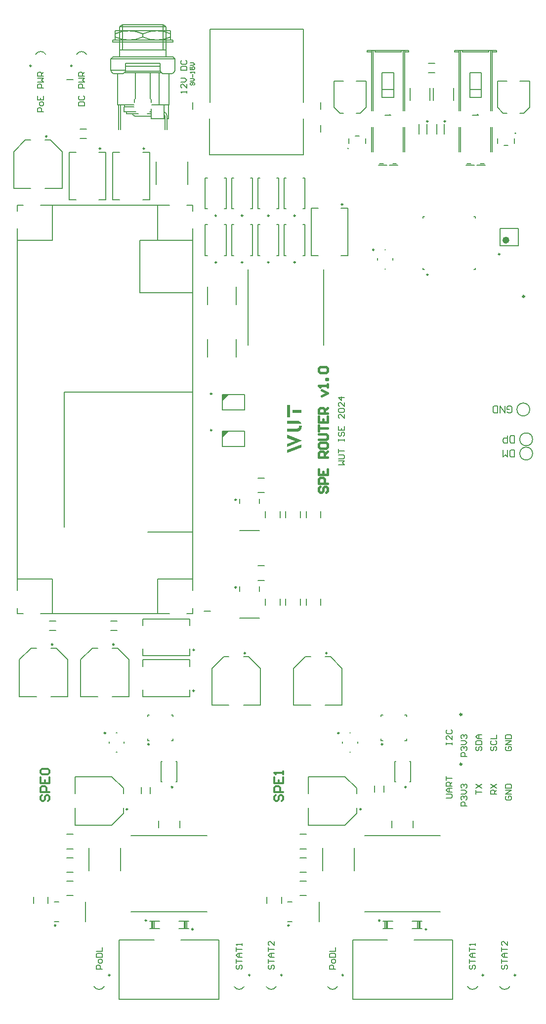
<source format=gto>
%TF.GenerationSoftware,Altium Limited,Altium Designer,23.9.2 (47)*%
G04 Layer_Color=65535*
%FSLAX44Y44*%
%MOMM*%
%TF.SameCoordinates,EA472C54-7DB4-4638-A036-459D61F9907A*%
%TF.FilePolarity,Positive*%
%TF.FileFunction,Legend,Top*%
%TF.Part,Single*%
G01*
G75*
%TA.AperFunction,NonConductor*%
%ADD118C,0.2500*%
%ADD119C,0.1500*%
%ADD120C,0.6000*%
%ADD121C,0.2000*%
%ADD122C,0.3000*%
%ADD123C,0.2032*%
%ADD124C,0.1300*%
%ADD125C,0.4000*%
G36*
X527228Y991544D02*
X527228Y991489D01*
X527227Y991397D01*
X527226Y991306D01*
X527225Y991215D01*
X527222Y991125D01*
X527220Y991035D01*
X527216Y990945D01*
X527212Y990856D01*
X527208Y990767D01*
X527203Y990679D01*
X527198Y990591D01*
X527192Y990504D01*
X527185Y990417D01*
X527178Y990330D01*
X527171Y990244D01*
X527163Y990158D01*
X527154Y990073D01*
X527145Y989988D01*
X527135Y989904D01*
X527125Y989820D01*
X527114Y989736D01*
X527103Y989653D01*
X527091Y989570D01*
X527079Y989488D01*
X527066Y989406D01*
X527053Y989325D01*
X527039Y989244D01*
X527025Y989163D01*
X527010Y989083D01*
X526995Y989003D01*
X526976Y988908D01*
X526956Y988814D01*
X526936Y988720D01*
X526915Y988627D01*
X526893Y988534D01*
X526870Y988442D01*
X526847Y988351D01*
X526823Y988260D01*
X526798Y988170D01*
X526772Y988081D01*
X526746Y987992D01*
X526719Y987904D01*
X526692Y987816D01*
X526664Y987729D01*
X526634Y987643D01*
X526605Y987557D01*
X526569Y987458D01*
X526533Y987360D01*
X526495Y987262D01*
X526457Y987166D01*
X526418Y987070D01*
X526378Y986975D01*
X526337Y986882D01*
X526289Y986775D01*
X526239Y986670D01*
X526189Y986566D01*
X526137Y986463D01*
X526078Y986349D01*
X526017Y986236D01*
X525954Y986125D01*
X525883Y986003D01*
X525873Y985986D01*
X525853Y985953D01*
X525833Y985920D01*
X525813Y985887D01*
X525803Y985870D01*
X525793Y985854D01*
X525772Y985821D01*
X525752Y985789D01*
X525731Y985756D01*
X525720Y985740D01*
X525709Y985723D01*
X525686Y985688D01*
X525663Y985653D01*
X525640Y985618D01*
X525628Y985601D01*
X525628D01*
X525614Y985581D01*
X525587Y985541D01*
X525559Y985501D01*
X525531Y985461D01*
X525517Y985442D01*
X525517Y985442D01*
X525501Y985419D01*
X525468Y985375D01*
X525436Y985330D01*
X525403Y985286D01*
X525386Y985264D01*
X525386Y985264D01*
X525366Y985238D01*
X525326Y985186D01*
X525286Y985135D01*
X525245Y985084D01*
X525224Y985059D01*
X525107Y984915D01*
X524860Y984640D01*
X524598Y984378D01*
X524324Y984128D01*
X524181Y984011D01*
X524146Y983981D01*
X524075Y983924D01*
X524002Y983868D01*
X523930Y983812D01*
X523893Y983785D01*
X523893D01*
X523867Y983766D01*
X523815Y983727D01*
X523763Y983690D01*
X523710Y983653D01*
X523683Y983634D01*
X523661Y983619D01*
X523616Y983588D01*
X523571Y983558D01*
X523525Y983528D01*
X523502Y983513D01*
X523482Y983500D01*
X523442Y983474D01*
X523402Y983448D01*
X523361Y983423D01*
X523341Y983410D01*
X523322Y983399D01*
X523284Y983375D01*
X523246Y983352D01*
X523207Y983330D01*
X523188Y983318D01*
X523170Y983308D01*
X523135Y983287D01*
X523099Y983267D01*
X523063Y983247D01*
X523045Y983236D01*
X523028Y983227D01*
X522995Y983209D01*
X522962Y983191D01*
X522929Y983173D01*
X522912Y983164D01*
X522912Y983164D01*
X522789Y983100D01*
X522665Y983037D01*
X522552Y982983D01*
X522438Y982930D01*
X522323Y982879D01*
X522220Y982835D01*
X522115Y982792D01*
X522010Y982750D01*
X521904Y982709D01*
X521797Y982670D01*
X521689Y982632D01*
X521594Y982599D01*
X521498Y982568D01*
X521401Y982537D01*
X521304Y982508D01*
X521207Y982479D01*
X521108Y982451D01*
X521009Y982425D01*
X520909Y982399D01*
X520809Y982374D01*
X520708Y982350D01*
X520620Y982331D01*
X520533Y982312D01*
X520445Y982294D01*
X520356Y982276D01*
X520267Y982259D01*
X520178Y982243D01*
X520088Y982228D01*
X519997Y982213D01*
X519907Y982199D01*
X519815Y982185D01*
X519724Y982173D01*
X519632Y982161D01*
X519539Y982150D01*
X519446Y982139D01*
X519352Y982129D01*
X519258Y982120D01*
X519164Y982112D01*
X519069Y982104D01*
X518974Y982097D01*
X518878Y982091D01*
X518782Y982086D01*
X518686Y982081D01*
X518589Y982077D01*
X518492Y982074D01*
X518394Y982071D01*
X518296Y982069D01*
X518197Y982068D01*
X518082Y982067D01*
X502529D01*
X502529Y987119D01*
X517751D01*
X517777Y987119D01*
X517830Y987120D01*
X517882Y987120D01*
X517933Y987121D01*
X517985Y987123D01*
X518036Y987124D01*
X518087Y987126D01*
X518138Y987129D01*
X518188Y987131D01*
X518239Y987134D01*
X518289Y987138D01*
X518339Y987141D01*
X518389Y987145D01*
X518438Y987150D01*
X518487Y987154D01*
X518536Y987159D01*
X518585Y987165D01*
X518634Y987170D01*
X518682Y987176D01*
X518730Y987183D01*
X518778Y987189D01*
X518826Y987196D01*
X518873Y987204D01*
X518921Y987211D01*
X518968Y987219D01*
X519014Y987227D01*
X519061Y987236D01*
X519107Y987245D01*
X519153Y987254D01*
X519199Y987264D01*
X519244Y987274D01*
X519290Y987284D01*
X519335Y987295D01*
X519380Y987306D01*
X519424Y987317D01*
X519468Y987328D01*
X519512Y987340D01*
X519556Y987352D01*
X519600Y987365D01*
X519643Y987378D01*
X519686Y987391D01*
X519729Y987404D01*
X519771Y987418D01*
X519813Y987432D01*
X519855Y987447D01*
X519904Y987464D01*
X519952Y987482D01*
X520000Y987500D01*
X520048Y987519D01*
X520095Y987538D01*
X520141Y987557D01*
X520188Y987577D01*
X520234Y987597D01*
X520280Y987618D01*
X520325Y987639D01*
X520370Y987661D01*
X520421Y987686D01*
X520471Y987712D01*
X520521Y987738D01*
X520570Y987765D01*
X520619Y987793D01*
X520673Y987824D01*
X520727Y987857D01*
X520780Y987890D01*
X520838Y987927D01*
X520896Y987966D01*
X520952Y988005D01*
X520960Y988010D01*
X520975Y988021D01*
X520990Y988032D01*
X521006Y988044D01*
X521013Y988049D01*
X521021Y988055D01*
X521038Y988067D01*
X521054Y988080D01*
X521071Y988092D01*
X521079Y988099D01*
X521087Y988105D01*
X521105Y988119D01*
X521122Y988133D01*
X521140Y988147D01*
X521148Y988154D01*
X521148Y988154D01*
X521158Y988161D01*
X521176Y988176D01*
X521194Y988191D01*
X521213Y988207D01*
X521222Y988214D01*
X521233Y988224D01*
X521255Y988243D01*
X521276Y988262D01*
X521298Y988281D01*
X521309Y988290D01*
X521309Y988290D01*
X521322Y988303D01*
X521348Y988327D01*
X521374Y988351D01*
X521399Y988376D01*
X521412Y988388D01*
X521461Y988437D01*
X521557Y988538D01*
X521649Y988642D01*
X521737Y988750D01*
X521779Y988805D01*
X521796Y988827D01*
X521829Y988873D01*
X521862Y988919D01*
X521894Y988965D01*
X521909Y988988D01*
X521909Y988988D01*
X521919Y989003D01*
X521937Y989032D01*
X521956Y989061D01*
X521974Y989090D01*
X521983Y989104D01*
X521983Y989104D01*
X521990Y989116D01*
X522004Y989140D01*
X522019Y989164D01*
X522032Y989187D01*
X522039Y989200D01*
X522039D01*
X522045Y989210D01*
X522057Y989231D01*
X522069Y989252D01*
X522081Y989274D01*
X522086Y989285D01*
X522091Y989294D01*
X522101Y989312D01*
X522111Y989331D01*
X522121Y989349D01*
X522125Y989359D01*
X522130Y989367D01*
X522138Y989384D01*
X522147Y989402D01*
X522155Y989419D01*
X522160Y989428D01*
X522160D01*
X522164Y989436D01*
X522172Y989454D01*
X522181Y989471D01*
X522189Y989489D01*
X522193Y989498D01*
X522197Y989506D01*
X522204Y989522D01*
X522211Y989538D01*
X522218Y989554D01*
X522222Y989562D01*
X522222D01*
X522247Y989621D01*
X522272Y989680D01*
X522295Y989741D01*
X522316Y989794D01*
X522335Y989849D01*
X522354Y989904D01*
X522370Y989953D01*
X522386Y990002D01*
X522401Y990051D01*
X522416Y990101D01*
X522430Y990151D01*
X522443Y990202D01*
X522454Y990246D01*
X522465Y990290D01*
X522475Y990334D01*
X522485Y990378D01*
X522495Y990423D01*
X522504Y990468D01*
X522513Y990514D01*
X522522Y990560D01*
X522529Y990606D01*
X522537Y990652D01*
X522544Y990699D01*
X522551Y990745D01*
X522558Y990793D01*
X522563Y990832D01*
X522567Y990872D01*
X522572Y990912D01*
X522576Y990952D01*
X522580Y990993D01*
X522584Y991033D01*
X522587Y991074D01*
X522590Y991115D01*
X522593Y991156D01*
X522596Y991197D01*
X522598Y991239D01*
X522600Y991281D01*
X522601Y991323D01*
X522603Y991365D01*
X522604Y991407D01*
X522605Y991450D01*
X522605Y991492D01*
X522605Y991544D01*
Y991841D01*
X527228D01*
X527228Y991544D01*
D02*
G37*
G36*
X527162Y966713D02*
Y966581D01*
X502529Y955520D01*
Y961001D01*
X515440Y966350D01*
X502529Y971006D01*
X502529Y976619D01*
X527162Y966713D01*
D02*
G37*
G36*
X526799Y955058D02*
X502529Y945284D01*
X502529Y950666D01*
X526799Y960308D01*
Y955058D01*
D02*
G37*
G36*
Y1014558D02*
X511114Y1014558D01*
Y1019610D01*
X526799D01*
Y1014558D01*
D02*
G37*
G36*
X506987Y1006700D02*
X502529D01*
X502529Y1027469D01*
X506987D01*
X506987Y1006700D01*
D02*
G37*
G36*
X518177Y1001020D02*
X518273Y1001019D01*
X518368Y1001018D01*
X518462Y1001015D01*
X518556Y1001012D01*
X518650Y1001009D01*
X518743Y1001004D01*
X518836Y1000999D01*
X518929Y1000994D01*
X519021Y1000987D01*
X519113Y1000980D01*
X519204Y1000973D01*
X519295Y1000964D01*
X519386Y1000955D01*
X519476Y1000945D01*
X519566Y1000935D01*
X519655Y1000924D01*
X519744Y1000912D01*
X519832Y1000900D01*
X519921Y1000887D01*
X520008Y1000873D01*
X520095Y1000859D01*
X520182Y1000844D01*
X520269Y1000829D01*
X520365Y1000810D01*
X520462Y1000791D01*
X520557Y1000771D01*
X520652Y1000750D01*
X520747Y1000729D01*
X520840Y1000706D01*
X520934Y1000683D01*
X521027Y1000658D01*
X521119Y1000633D01*
X521211Y1000608D01*
X521302Y1000581D01*
X521402Y1000550D01*
X521502Y1000519D01*
X521601Y1000486D01*
X521699Y1000453D01*
X521797Y1000418D01*
X521904Y1000379D01*
X522009Y1000338D01*
X522114Y1000297D01*
X522218Y1000254D01*
X522330Y1000206D01*
X522442Y1000156D01*
X522552Y1000105D01*
X522670Y1000048D01*
X522796Y999985D01*
X522920Y999920D01*
X522920Y999920D01*
X522936Y999911D01*
X522969Y999893D01*
X523002Y999875D01*
X523035Y999857D01*
X523051Y999848D01*
X523051Y999848D01*
X523069Y999838D01*
X523103Y999818D01*
X523138Y999798D01*
X523172Y999778D01*
X523189Y999768D01*
X523208Y999758D01*
X523244Y999736D01*
X523280Y999714D01*
X523316Y999692D01*
X523334Y999681D01*
X523334Y999681D01*
X523354Y999669D01*
X523394Y999644D01*
X523433Y999619D01*
X523473Y999594D01*
X523493Y999581D01*
X523493D01*
X523516Y999566D01*
X523561Y999536D01*
X523606Y999506D01*
X523651Y999475D01*
X523673Y999460D01*
X523673Y999460D01*
X523701Y999441D01*
X523755Y999403D01*
X523809Y999364D01*
X523863Y999325D01*
X523889Y999305D01*
X524035Y999196D01*
X524316Y998966D01*
X524585Y998721D01*
X524842Y998464D01*
X524964Y998329D01*
X524995Y998295D01*
X525056Y998227D01*
X525116Y998158D01*
X525175Y998087D01*
X525204Y998052D01*
X525224Y998027D01*
X525265Y997977D01*
X525305Y997926D01*
X525345Y997875D01*
X525364Y997850D01*
X525380Y997829D01*
X525412Y997787D01*
X525443Y997745D01*
X525474Y997703D01*
X525490Y997681D01*
X525504Y997662D01*
X525531Y997623D01*
X525559Y997584D01*
X525586Y997545D01*
X525600Y997525D01*
X525600Y997525D01*
X525612Y997508D01*
X525636Y997472D01*
X525660Y997437D01*
X525683Y997401D01*
X525695Y997383D01*
X525705Y997367D01*
X525726Y997335D01*
X525747Y997303D01*
X525767Y997271D01*
X525777Y997255D01*
X525787Y997240D01*
X525805Y997210D01*
X525824Y997179D01*
X525843Y997149D01*
X525852Y997134D01*
X525861Y997118D01*
X525879Y997088D01*
X525898Y997057D01*
X525916Y997026D01*
X525925Y997011D01*
X525991Y996895D01*
X526050Y996786D01*
X526108Y996676D01*
X526160Y996574D01*
X526211Y996471D01*
X526261Y996367D01*
X526305Y996271D01*
X526348Y996175D01*
X526390Y996077D01*
X526436Y995969D01*
X502529D01*
X502529Y1001021D01*
X518082D01*
X518177Y1001020D01*
D02*
G37*
D118*
X591250Y466000D02*
G03*
X591250Y466000I-1250J0D01*
G01*
X866750Y1286000D02*
G03*
X866750Y1286000I-1250J0D01*
G01*
X373250Y1047000D02*
G03*
X373250Y1047000I-1250J0D01*
G01*
X773550Y1513500D02*
G03*
X773550Y1513500I-1250J0D01*
G01*
X661250Y145000D02*
G03*
X661250Y145000I-1250J0D01*
G01*
X666000Y446750D02*
G03*
X666000Y446750I-1250J0D01*
G01*
X415250Y715500D02*
G03*
X415250Y715500I-1250J0D01*
G01*
X893750Y51500D02*
G03*
X893750Y51500I-1250J0D01*
G01*
X743750Y1250939D02*
G03*
X743750Y1250939I-1250J0D01*
G01*
X706250Y373500D02*
G03*
X706250Y373500I-1250J0D01*
G01*
X257750Y1467000D02*
G03*
X257750Y1467000I-1250J0D01*
G01*
X597500Y1371000D02*
G03*
X597500Y1371000I-1250J0D01*
G01*
X516250Y1352000D02*
G03*
X516250Y1352000I-1250J0D01*
G01*
X570750Y602750D02*
G03*
X570750Y602750I-1250J0D01*
G01*
X100750Y617750D02*
G03*
X100750Y617750I-1250J0D01*
G01*
X205750D02*
G03*
X205750Y617750I-1250J0D01*
G01*
X90750Y1487750D02*
G03*
X90750Y1487750I-1250J0D01*
G01*
X381250Y1272000D02*
G03*
X381250Y1272000I-1250J0D01*
G01*
X471250D02*
G03*
X471250Y1272000I-1250J0D01*
G01*
X426250D02*
G03*
X426250Y1272000I-1250J0D01*
G01*
X516250D02*
G03*
X516250Y1272000I-1250J0D01*
G01*
X381250Y1352000D02*
G03*
X381250Y1352000I-1250J0D01*
G01*
X471250D02*
G03*
X471250Y1352000I-1250J0D01*
G01*
X426250D02*
G03*
X426250Y1352000I-1250J0D01*
G01*
X373250Y984500D02*
G03*
X373250Y984500I-1250J0D01*
G01*
X105750Y136500D02*
G03*
X105750Y136500I-1250J0D01*
G01*
X415250Y865500D02*
G03*
X415250Y865500I-1250J0D01*
G01*
X505750Y136500D02*
G03*
X505750Y136500I-1250J0D01*
G01*
X266000Y446750D02*
G03*
X266000Y446750I-1250J0D01*
G01*
X306250Y373500D02*
G03*
X306250Y373500I-1250J0D01*
G01*
X63750Y1608500D02*
G03*
X63750Y1608500I-1250J0D01*
G01*
X343250Y538500D02*
G03*
X343250Y538500I-1250J0D01*
G01*
X182750Y1467000D02*
G03*
X182750Y1467000I-1250J0D01*
G01*
X343250Y608500D02*
G03*
X343250Y608500I-1250J0D01*
G01*
X598750Y51500D02*
G03*
X598750Y51500I-1250J0D01*
G01*
X198750D02*
G03*
X198750Y51500I-1250J0D01*
G01*
X229000Y335500D02*
G03*
X229000Y335500I-1250J0D01*
G01*
X629000D02*
G03*
X629000Y335500I-1250J0D01*
G01*
X341250Y130000D02*
G03*
X341250Y130000I-1250J0D01*
G01*
X741250D02*
G03*
X741250Y130000I-1250J0D01*
G01*
X261250Y145000D02*
G03*
X261250Y145000I-1250J0D01*
G01*
X651250Y1293500D02*
G03*
X651250Y1293500I-1250J0D01*
G01*
X191250Y466000D02*
G03*
X191250Y466000I-1250J0D01*
G01*
X430750Y602750D02*
G03*
X430750Y602750I-1250J0D01*
G01*
X743550Y1513500D02*
G03*
X743550Y1513500I-1250J0D01*
G01*
X133750Y1608500D02*
G03*
X133750Y1608500I-1250J0D01*
G01*
X438750Y51500D02*
G03*
X438750Y51500I-1250J0D01*
G01*
X838750D02*
G03*
X838750Y51500I-1250J0D01*
G01*
X493750D02*
G03*
X493750Y51500I-1250J0D01*
G01*
D119*
X894250Y1493000D02*
G03*
X894250Y1493000I-750J0D01*
G01*
X607250Y1467000D02*
G03*
X607250Y1467000I-750J0D01*
G01*
X892000Y1475500D02*
Y1484500D01*
X863000Y1475500D02*
Y1484500D01*
X874000Y1472000D02*
X881000D01*
X608000Y1475500D02*
Y1484500D01*
X637000Y1475500D02*
Y1484500D01*
X619000Y1488000D02*
X626000D01*
X678093Y1526000D02*
X678570Y1525048D01*
X679998Y1523620D01*
X670000D01*
X828093Y1526000D02*
X828570Y1525048D01*
X829998Y1523620D01*
X820000D01*
D120*
X880000Y1310000D02*
G03*
X880000Y1310000I-3000J0D01*
G01*
D121*
X255000Y1657778D02*
G03*
X302624Y1657778I23812J52378D01*
G01*
X207376D02*
G03*
X255000Y1657778I23812J52378D01*
G01*
Y1663337D02*
G03*
X207376Y1663337I-23812J-52378D01*
G01*
X302624D02*
G03*
X255000Y1663337I-23812J-52378D01*
G01*
X292944Y1522449D02*
G03*
X290995Y1525919I-4064J0D01*
G01*
X296500Y1522449D02*
G03*
X290995Y1529769I-7620J0D01*
G01*
X240649Y1550643D02*
G03*
X242554Y1552421I120J1781D01*
G01*
X267446D02*
G03*
X269351Y1550643I1785J3D01*
G01*
X284461Y1600849D02*
G03*
X289460Y1594635I8665J1853D01*
G01*
X237220Y1526512D02*
G03*
X241152Y1522580I3932J0D01*
G01*
X304435Y1594635D02*
G03*
X310118Y1600849I-2540J8028D01*
G01*
X220540Y1594635D02*
G03*
X225539Y1600849I-3666J8067D01*
G01*
X199882Y1600849D02*
G03*
X205565Y1594635I8223J1814D01*
G01*
X922788Y968918D02*
G03*
X922788Y968918I-11000J0D01*
G01*
Y944618D02*
G03*
X922788Y944618I-11000J0D01*
G01*
X917888Y1020018D02*
G03*
X917888Y1020018I-11000J0D01*
G01*
X866425Y31855D02*
G03*
X883575Y31855I8575J5145D01*
G01*
X88575Y1628145D02*
G03*
X71425Y1628145I-8575J-5145D01*
G01*
X571425Y31855D02*
G03*
X588575Y31855I8575J5145D01*
G01*
X171425D02*
G03*
X188575Y31855I8575J5145D01*
G01*
X158575Y1628145D02*
G03*
X141425Y1628145I-8575J-5145D01*
G01*
X411425Y31855D02*
G03*
X428575Y31855I8575J5145D01*
G01*
X811425D02*
G03*
X828575Y31855I8575J5145D01*
G01*
X466425D02*
G03*
X483575Y31855I8575J5145D01*
G01*
X597000Y448500D02*
Y451500D01*
X609500Y433500D02*
X610500Y433500D01*
X623000Y451500D02*
X623000Y448500D01*
X609500Y466500D02*
X610500Y466500D01*
X917500Y1537500D02*
Y1582500D01*
X907500Y1527500D02*
X917500Y1537500D01*
X862500D02*
X872500Y1527500D01*
X862500Y1537500D02*
Y1582500D01*
X901000Y1527500D02*
X907500D01*
X872500D02*
X879000D01*
X901000Y1582500D02*
X917500D01*
X862500D02*
X879000D01*
X898000Y1300000D02*
Y1330000D01*
X867000Y1300000D02*
Y1330000D01*
X898000D01*
X867000Y1300000D02*
X898000D01*
X203311Y1648810D02*
X306689D01*
X203311D02*
Y1652620D01*
X306689D01*
Y1648810D02*
Y1652620D01*
X302624D02*
Y1668494D01*
X207376Y1668495D02*
X302624Y1668494D01*
X207376Y1652620D02*
Y1668495D01*
X255000Y1657813D02*
Y1663373D01*
X269605Y1518181D02*
X292944D01*
X262638Y1526513D02*
X269605D01*
X266900Y1530069D02*
X269605D01*
X211312Y1541803D02*
X239605D01*
X211312D02*
X239605D01*
X290995Y1518181D02*
Y1541803D01*
X225016Y1599207D02*
X284984D01*
X223656Y1597000D02*
X286344D01*
X240649Y1545856D02*
Y1550643D01*
X242554Y1552421D02*
Y1596450D01*
X267446Y1552421D02*
Y1596450D01*
X269351Y1545856D02*
Y1550643D01*
X282657Y1541803D02*
Y1596450D01*
X241152Y1522580D02*
X269605D01*
X213554Y1499668D02*
X213563Y1541803D01*
X217154Y1499667D02*
Y1541803D01*
X292944Y1499619D02*
Y1522449D01*
X296500Y1499619D02*
Y1522449D01*
X215376Y1675599D02*
X215514Y1635275D01*
X215376Y1675599D02*
X294600D01*
X220329Y1635275D02*
Y1678455D01*
X289646D02*
X294600Y1675599D01*
X289671Y1635275D02*
Y1678455D01*
X294600Y1675599D02*
X294624Y1635275D01*
X215376Y1675599D02*
X220329Y1678455D01*
X289671D01*
X294624Y1623845D02*
Y1635275D01*
X215376D02*
X294624D01*
X215376Y1623845D02*
Y1635275D01*
X199882Y1620035D02*
X310118D01*
X223153Y1596450D02*
X286847D01*
X225539Y1607773D02*
X284461D01*
X229180Y1538197D02*
X239605D01*
X237220Y1526512D02*
Y1526513D01*
X227314D02*
X247362D01*
X227314D02*
Y1530069D01*
X222996D02*
X243100D01*
X222997Y1538197D02*
X239605D01*
X269605Y1518181D02*
Y1534809D01*
X222996Y1530069D02*
Y1538197D01*
X223250Y1541803D02*
X223251Y1538197D01*
X296500Y1518181D02*
X299213D01*
X299450Y1541803D02*
Y1594635D01*
X270395Y1541803D02*
X299450D01*
X306308Y1623845D02*
X310118Y1620035D01*
Y1600849D02*
Y1620035D01*
X289460Y1594635D02*
X304435D01*
X284461Y1600849D02*
Y1612415D01*
X225539D02*
X284461D01*
X225539Y1600849D02*
Y1612415D01*
X310118Y1600849D02*
Y1620035D01*
X306308Y1623845D02*
X310118Y1620035D01*
X203692Y1623845D02*
X306308D01*
X199882Y1620035D02*
X203692Y1623845D01*
X199882Y1600849D02*
Y1620035D01*
Y1600849D02*
X225539D01*
X205565Y1594635D02*
X220540D01*
X211312Y1541803D02*
Y1594635D01*
X270395Y1541803D02*
X299213D01*
Y1518181D02*
Y1541803D01*
X391000Y1035500D02*
X401000Y1045500D01*
X391000Y1037500D02*
X399000Y1045500D01*
X391000Y1039500D02*
X397000Y1045500D01*
X391000Y1041500D02*
X395000Y1045500D01*
X391000Y1043500D02*
X393000Y1045500D01*
X391000Y1019500D02*
Y1045500D01*
X429000D01*
Y1019500D02*
Y1045500D01*
X391000Y1019500D02*
X429000D01*
X771500Y1491500D02*
Y1508500D01*
X758500Y1491500D02*
Y1508500D01*
X674000Y131000D02*
Y144000D01*
X672000Y131000D02*
Y144000D01*
X670000Y131000D02*
Y144000D01*
X666500Y131000D02*
X683500D01*
X666500Y144000D02*
X683500D01*
X124500Y1585000D02*
X135500D01*
X706750Y453250D02*
Y456000D01*
X704000Y453250D02*
X706750D01*
Y494000D02*
Y496750D01*
X704000D02*
X706750D01*
X663250D02*
X666000D01*
X663250Y494000D02*
Y496750D01*
Y453250D02*
Y456000D01*
Y453250D02*
X666000D01*
X340000Y1359949D02*
Y1369900D01*
X40000Y670100D02*
Y680051D01*
X280000Y1309900D02*
Y1369900D01*
X250000Y1309900D02*
X340000D01*
X100000D02*
Y1369900D01*
X40000Y1309900D02*
X100000D01*
X40000Y730100D02*
X100000D01*
Y670100D02*
Y730100D01*
X280000D02*
X340000D01*
X280000Y670100D02*
Y730100D01*
X330016Y670100D02*
X340000D01*
X40000Y1369900D02*
X49984D01*
X250000Y1219900D02*
Y1309900D01*
Y1219900D02*
X340000D01*
X120000Y1049900D02*
X340000D01*
X120000Y818500D02*
Y1049900D01*
X263650Y809900D02*
X340000D01*
Y709949D02*
Y1330051D01*
X330016Y1369900D02*
X340000D01*
X79716D02*
X300284D01*
X40000Y1359949D02*
Y1369900D01*
Y709949D02*
Y1330051D01*
Y670100D02*
X49984D01*
X79716D02*
X300284D01*
X340000D02*
Y680051D01*
X635000Y290000D02*
X765000D01*
X635000Y160000D02*
X765000D01*
X420500Y663000D02*
X454500D01*
Y709000D02*
Y717000D01*
X420500Y709000D02*
Y717000D01*
X617200Y230500D02*
Y269501D01*
X562800Y230500D02*
Y269501D01*
X787050Y1549500D02*
Y1570500D01*
X752950Y1549500D02*
Y1570500D01*
X825000Y1347500D02*
Y1350000D01*
X822500D02*
X825000D01*
X735000Y1347500D02*
Y1350000D01*
X737500D01*
X825000Y1260000D02*
Y1262500D01*
X822500Y1260000D02*
X825000D01*
X735000D02*
Y1262500D01*
Y1260000D02*
X737500D01*
X686500Y383000D02*
X688250D01*
X711750D02*
X713500D01*
Y417000D01*
X686500D02*
X688250D01*
X711750D02*
X713500D01*
X686500Y383000D02*
Y417000D01*
X254750Y1460500D02*
X266500D01*
Y1379500D02*
Y1460500D01*
X254750Y1379500D02*
X266500D01*
X203500Y1460500D02*
X215250D01*
X203500Y1379500D02*
Y1460500D01*
Y1379500D02*
X215250D01*
X606000Y1283500D02*
Y1364500D01*
X544000Y1283500D02*
Y1364500D01*
X594750D02*
X606000D01*
X594750Y1283500D02*
X606000D01*
X544000Y1364500D02*
X555250D01*
X544000Y1283500D02*
X555250D01*
X497000Y1363500D02*
X500500D01*
X497000D02*
Y1416500D01*
X500500D01*
X529500Y1363500D02*
X533000D01*
Y1416500D01*
X529500D02*
X533000D01*
X560000Y695500D02*
X560000Y684500D01*
X535000D02*
Y695500D01*
X744500Y1613000D02*
X755500D01*
X744500Y1597000D02*
X755500D01*
X365500Y1109500D02*
Y1140500D01*
X414500Y1109500D02*
Y1140500D01*
X560000Y1495250D02*
Y1506750D01*
X682000Y304250D02*
Y315750D01*
X513500Y576500D02*
X533500Y596500D01*
X576500D02*
X596500Y576500D01*
X533500Y596500D02*
X542500Y596500D01*
X567500D02*
X576500Y596500D01*
X513500Y576500D02*
X513500Y513500D01*
X596500D02*
X596500Y576500D01*
X513500Y513500D02*
X542500D01*
X567500D02*
X596500D01*
X677182Y1438200D02*
X691561D01*
X660401Y1441200D02*
X666842D01*
X703700Y1461219D02*
Y1503381D01*
Y1632200D02*
X710700D01*
Y1635200D01*
X639500D02*
X710700D01*
X639500Y1632200D02*
Y1635200D01*
Y1632200D02*
X646500D01*
Y1461239D02*
Y1503360D01*
X649500Y1461196D02*
Y1503404D01*
X697600Y1632200D02*
Y1635199D01*
X652600Y1632200D02*
X697600D01*
X652600D02*
Y1635199D01*
X665100Y1554253D02*
X684809Y1554611D01*
X665100Y1554253D02*
Y1597091D01*
X685100D01*
Y1554253D02*
Y1597091D01*
X665100Y1567545D02*
X685100D01*
X700700Y1461219D02*
Y1503381D01*
X683158Y1441200D02*
X689599D01*
X658439Y1438200D02*
X672818D01*
X700700Y1531219D02*
Y1635200D01*
X703700Y1531219D02*
Y1635200D01*
X646500Y1531239D02*
Y1635200D01*
X649500Y1531196D02*
Y1635200D01*
X799500Y1531196D02*
Y1635200D01*
X796500Y1531239D02*
Y1635200D01*
X853700Y1531219D02*
Y1635200D01*
X850700Y1531219D02*
Y1635200D01*
X808439Y1438200D02*
X822818D01*
X833158Y1441200D02*
X839599D01*
X850700Y1461219D02*
Y1503381D01*
X815100Y1567545D02*
X835100D01*
Y1554253D02*
Y1597091D01*
X815100D02*
X835100D01*
X815100Y1554253D02*
Y1597091D01*
Y1554253D02*
X834809Y1554611D01*
X802600Y1632200D02*
Y1635199D01*
Y1632200D02*
X847600D01*
Y1635199D01*
X799500Y1461196D02*
Y1503404D01*
X796500Y1461239D02*
Y1503360D01*
X789500Y1632200D02*
X796500D01*
X789500D02*
Y1635200D01*
X860700D01*
Y1632200D02*
Y1635200D01*
X853700Y1632200D02*
X860700D01*
X853700Y1461219D02*
Y1503381D01*
X810401Y1441200D02*
X816842D01*
X827182Y1438200D02*
X841561D01*
X530000Y1546200D02*
Y1671199D01*
X530400Y1456199D02*
Y1517800D01*
X370000Y1671199D02*
X530000D01*
X370000Y1546200D02*
Y1671199D01*
X369600Y1456199D02*
X530400D01*
X369600D02*
Y1517800D01*
X720000Y111500D02*
X785500D01*
X614500D02*
X674000D01*
X614500Y10500D02*
X785500D01*
X614500D02*
Y111500D01*
X785500Y10500D02*
Y111500D01*
X94500Y658000D02*
X105500D01*
X94500Y642000D02*
X105500D01*
X43500Y591500D02*
X63500Y611500D01*
X106500D02*
X126500Y591500D01*
X63500Y611500D02*
X72500Y611500D01*
X97500D02*
X106500Y611500D01*
X43500Y591500D02*
X43500Y528500D01*
X126500D02*
X126500Y591500D01*
X43500Y528500D02*
X72500D01*
X97500D02*
X126500D01*
X414500Y1199500D02*
Y1230500D01*
X365500Y1199500D02*
Y1230500D01*
X199500Y658000D02*
X210500D01*
X199500Y642000D02*
X210500D01*
X147000Y1484500D02*
X158000D01*
X147000Y1500500D02*
X158000D01*
X148500Y591500D02*
X168500Y611500D01*
X211500D02*
X231500Y591500D01*
X168500Y611500D02*
X177500Y611500D01*
X202500D02*
X211500Y611500D01*
X148500Y591500D02*
X148500Y528500D01*
X231500D02*
X231500Y591500D01*
X148500Y528500D02*
X177500D01*
X202500D02*
X231500D01*
X33500Y1461500D02*
X53500Y1481500D01*
X96500D02*
X116500Y1461500D01*
X53500Y1481500D02*
X62500Y1481500D01*
X87500D02*
X96500Y1481500D01*
X33500Y1461500D02*
X33500Y1398500D01*
X116500D02*
X116500Y1461500D01*
X33500Y1398500D02*
X62500D01*
X87500D02*
X116500D01*
X67500Y174500D02*
Y185500D01*
X92500Y174500D02*
Y185500D01*
X124500Y187500D02*
X135500Y187500D01*
X124500Y212500D02*
X135500Y212500D01*
X124500Y227500D02*
X135500Y227500D01*
X124500Y252500D02*
X135500Y252500D01*
X124500Y267500D02*
X135500D01*
X124500Y292500D02*
X135500Y292500D01*
X452000Y902500D02*
X463000D01*
X452000Y877500D02*
X463000Y877500D01*
X560000Y1534250D02*
Y1545750D01*
X340000Y1534250D02*
Y1545750D01*
X318000Y304250D02*
Y315750D01*
X718000Y304250D02*
Y315750D01*
X282000Y304250D02*
Y315750D01*
X362000Y1283500D02*
X365500D01*
X362000D02*
Y1336500D01*
X365500D01*
X394500Y1283500D02*
X398000D01*
Y1336500D01*
X394500D02*
X398000D01*
X452000Y1283500D02*
X455500D01*
X452000D02*
Y1336500D01*
X455500D01*
X484500Y1283500D02*
X488000D01*
Y1336500D01*
X484500D02*
X488000D01*
X407000Y1283500D02*
X410500D01*
X407000D02*
Y1336500D01*
X410500D01*
X439500Y1283500D02*
X443000D01*
Y1336500D01*
X439500D02*
X443000D01*
X497000Y1283500D02*
X500500D01*
X497000D02*
Y1336500D01*
X500500D01*
X529500Y1283500D02*
X533000D01*
Y1336500D01*
X529500D02*
X533000D01*
X362000Y1363500D02*
X365500D01*
X362000D02*
Y1416500D01*
X365500D01*
X394500Y1363500D02*
X398000D01*
Y1416500D01*
X394500D02*
X398000D01*
X452000Y1363500D02*
X455500D01*
X452000D02*
Y1416500D01*
X455500D01*
X484500Y1363500D02*
X488000D01*
Y1416500D01*
X484500D02*
X488000D01*
X407000Y1363500D02*
X410500D01*
X407000D02*
Y1416500D01*
X410500D01*
X439500Y1363500D02*
X443000D01*
Y1416500D01*
X439500D02*
X443000D01*
X391000Y973000D02*
X401000Y983000D01*
X391000Y975000D02*
X399000Y983000D01*
X391000Y977000D02*
X397000Y983000D01*
X391000Y979000D02*
X395000Y983000D01*
X391000Y981000D02*
X393000Y983000D01*
X391000Y957000D02*
Y983000D01*
X429000D01*
Y957000D02*
Y983000D01*
X391000Y957000D02*
X429000D01*
X157000Y143000D02*
Y177000D01*
X103000Y143000D02*
X111000D01*
X103000Y177000D02*
X111000D01*
X454500Y859000D02*
Y867000D01*
X420500Y859000D02*
Y867000D01*
Y813000D02*
X454500D01*
X557000Y143000D02*
Y177000D01*
X503000Y143000D02*
X511000D01*
X503000Y177000D02*
X511000D01*
X306750Y453250D02*
Y456000D01*
X304000Y453250D02*
X306750D01*
Y494000D02*
Y496750D01*
X304000D02*
X306750D01*
X263250D02*
X266000D01*
X263250Y494000D02*
Y496750D01*
Y453250D02*
Y456000D01*
Y453250D02*
X266000D01*
X565000Y1130000D02*
Y1260000D01*
X435000Y1130000D02*
Y1260000D01*
X286500Y383000D02*
X288250D01*
X311750D02*
X313500D01*
Y417000D01*
X286500D02*
X288250D01*
X311750D02*
X313500D01*
X286500Y383000D02*
Y417000D01*
X320000Y111500D02*
X385500D01*
X214500D02*
X274000D01*
X214500Y10500D02*
X385500D01*
X214500D02*
Y111500D01*
X385500Y10500D02*
Y111500D01*
X359500Y675000D02*
X370500D01*
X490000Y834500D02*
Y845500D01*
X465000Y834500D02*
Y845500D01*
X525000Y845500D02*
X525000Y834500D01*
X500000D02*
X500000Y845500D01*
X560000D02*
X560000Y834500D01*
X535000Y834500D02*
Y845500D01*
X492500Y174500D02*
Y185500D01*
X467500Y174500D02*
Y185500D01*
X524500Y212500D02*
X535500D01*
X524500Y187500D02*
X535500D01*
X524500Y252500D02*
X535500Y252500D01*
X524500Y227500D02*
X535500Y227500D01*
X524500Y292500D02*
X535500Y292500D01*
X524500Y267500D02*
X535500Y267500D01*
X335500Y528500D02*
Y540250D01*
X254500Y528500D02*
X335500D01*
X254500D02*
Y540250D01*
X335500Y579750D02*
Y591500D01*
X254500D02*
X335500D01*
X254500Y579750D02*
Y591500D01*
X179750Y1460500D02*
X191500D01*
Y1379500D02*
Y1460500D01*
X179750Y1379500D02*
X191500D01*
X128500Y1460500D02*
X140250D01*
X128500Y1379500D02*
Y1460500D01*
Y1379500D02*
X140250D01*
X335500Y598500D02*
Y610250D01*
X254500Y598500D02*
X335500D01*
X254500D02*
Y610250D01*
X335500Y649750D02*
Y661500D01*
X254500D02*
X335500D01*
X254500Y649750D02*
Y661500D01*
X277800Y1405500D02*
Y1444500D01*
X332200Y1405500D02*
Y1444500D01*
X217200Y230500D02*
Y269501D01*
X162800Y230500D02*
Y269501D01*
X452000Y727500D02*
X463000D01*
X452000Y752500D02*
X463000D01*
X490000Y684500D02*
Y695500D01*
X465000Y684500D02*
Y695500D01*
X525000Y684500D02*
X525000Y695500D01*
X500000Y695500D02*
X500000Y684500D01*
X268000Y373500D02*
X268000Y362500D01*
X252000D02*
X252000Y373500D01*
X668000Y364500D02*
Y375500D01*
X652000Y364500D02*
Y375500D01*
X201500Y391500D02*
X221500Y371500D01*
X201500Y308500D02*
X221500Y328500D01*
X221500Y362500D02*
X221500Y371500D01*
X221500Y337500D02*
X221500Y328500D01*
X138500Y391500D02*
X201500Y391500D01*
X138500Y308500D02*
X201500Y308500D01*
X138500Y362500D02*
Y391500D01*
Y308500D02*
Y337500D01*
X601500Y391500D02*
X621500Y371500D01*
X601500Y308500D02*
X621500Y328500D01*
X621500Y362500D02*
X621500Y371500D01*
X621500Y337500D02*
X621500Y328500D01*
X538500Y391500D02*
X601500Y391500D01*
X538500Y308500D02*
X601500Y308500D01*
X538500Y362500D02*
Y391500D01*
Y308500D02*
Y337500D01*
X326000Y131000D02*
Y144000D01*
X328000Y131000D02*
Y144000D01*
X330000Y131000D02*
Y144000D01*
X316500Y144000D02*
X333500D01*
X316500Y131000D02*
X333500D01*
X726000Y131000D02*
Y144000D01*
X728000Y131000D02*
Y144000D01*
X730000Y131000D02*
Y144000D01*
X716500D02*
X733500D01*
X716500Y131000D02*
X733500D01*
X274000Y131000D02*
Y144000D01*
X272000Y131000D02*
Y144000D01*
X270000Y131000D02*
Y144000D01*
X266500Y131000D02*
X283500D01*
X266500Y144000D02*
X283500D01*
X235000Y290000D02*
X365000D01*
X235000Y160000D02*
X365000D01*
X657000Y1276000D02*
Y1279000D01*
X669500Y1261000D02*
X670500D01*
X683000Y1276000D02*
Y1279000D01*
X669500Y1294000D02*
X670500D01*
X197000Y448500D02*
Y451500D01*
X209500Y433500D02*
X210500D01*
X223000Y448500D02*
Y451500D01*
X209500Y466500D02*
X210500D01*
X637500Y1537500D02*
Y1582500D01*
X627500Y1527500D02*
X637500Y1537500D01*
X582500D02*
X592500Y1527500D01*
X582500Y1537500D02*
Y1582500D01*
X621000Y1527500D02*
X627500D01*
X592500D02*
X599000D01*
X621000Y1582500D02*
X637500D01*
X582500D02*
X599000D01*
X373500Y576500D02*
X393500Y596500D01*
X436500D02*
X456500Y576500D01*
X393500Y596500D02*
X402500Y596500D01*
X427500D02*
X436500Y596500D01*
X373500Y576500D02*
X373500Y513500D01*
X456500D02*
X456500Y576500D01*
X373500Y513500D02*
X402500D01*
X427500D02*
X456500D01*
X741500Y1491500D02*
Y1508500D01*
X728500Y1491500D02*
Y1508500D01*
X747050Y1549500D02*
Y1570500D01*
X712950Y1549500D02*
Y1570500D01*
X891988Y938620D02*
Y950616D01*
X885990D01*
X883991Y948617D01*
Y940619D01*
X885990Y938620D01*
X891988D01*
X879992Y950616D02*
Y938620D01*
X875993Y942619D01*
X871994Y938620D01*
Y950616D01*
X891988Y962920D02*
Y974916D01*
X885990D01*
X883991Y972917D01*
Y964919D01*
X885990Y962920D01*
X891988D01*
X879992Y974916D02*
Y962920D01*
X873994D01*
X871994Y964919D01*
Y968918D01*
X873994Y970917D01*
X879992D01*
X879091Y1016019D02*
X881090Y1014020D01*
X885089D01*
X887088Y1016019D01*
Y1024016D01*
X885089Y1026016D01*
X881090D01*
X879091Y1024016D01*
Y1020018D01*
X883089D01*
X875092Y1026016D02*
Y1014020D01*
X867095Y1026016D01*
Y1014020D01*
X863096D02*
Y1026016D01*
X857098D01*
X855098Y1024016D01*
Y1016019D01*
X857098Y1014020D01*
X863096D01*
D122*
X908720Y1213720D02*
G03*
X908720Y1213720I-1500J0D01*
G01*
X801420Y497780D02*
G03*
X801420Y497780I-1500J0D01*
G01*
Y412780D02*
G03*
X801420Y412780I-1500J0D01*
G01*
X82504Y359997D02*
X80005Y357498D01*
Y352499D01*
X82504Y350000D01*
X85003D01*
X87502Y352499D01*
Y357498D01*
X90002Y359997D01*
X92501D01*
X95000Y357498D01*
Y352499D01*
X92501Y350000D01*
X95000Y364995D02*
X80005D01*
Y372493D01*
X82504Y374992D01*
X87502D01*
X90002Y372493D01*
Y364995D01*
X80005Y389987D02*
Y379990D01*
X95000D01*
Y389987D01*
X87502Y379990D02*
Y384989D01*
X82504Y394985D02*
X80005Y397485D01*
Y402483D01*
X82504Y404982D01*
X92501D01*
X95000Y402483D01*
Y397485D01*
X92501Y394985D01*
X82504D01*
X482504Y359997D02*
X480005Y357498D01*
Y352499D01*
X482504Y350000D01*
X485003D01*
X487502Y352499D01*
Y357498D01*
X490002Y359997D01*
X492501D01*
X495000Y357498D01*
Y352499D01*
X492501Y350000D01*
X495000Y364995D02*
X480005D01*
Y372493D01*
X482504Y374992D01*
X487502D01*
X490002Y372493D01*
Y364995D01*
X480005Y389987D02*
Y379990D01*
X495000D01*
Y389987D01*
X487502Y379990D02*
Y384989D01*
X495000Y394985D02*
Y399984D01*
Y397485D01*
X480005D01*
X482504Y394985D01*
D123*
X330078Y1562106D02*
Y1565492D01*
Y1563799D01*
X319922D01*
X321614Y1562106D01*
X330078Y1577341D02*
Y1570570D01*
X323307Y1577341D01*
X321614D01*
X319922Y1575648D01*
Y1572263D01*
X321614Y1570570D01*
X319922Y1580727D02*
X326693D01*
X330078Y1584112D01*
X326693Y1587498D01*
X319922D01*
Y1601040D02*
X330078D01*
Y1606118D01*
X328386Y1607811D01*
X321614D01*
X319922Y1606118D01*
Y1601040D01*
X321614Y1617968D02*
X319922Y1616275D01*
Y1612890D01*
X321614Y1611197D01*
X328386D01*
X330078Y1612890D01*
Y1616275D01*
X328386Y1617968D01*
X144922Y1540413D02*
X155078D01*
Y1545492D01*
X153386Y1547184D01*
X146614D01*
X144922Y1545492D01*
Y1540413D01*
X146614Y1557341D02*
X144922Y1555648D01*
Y1552263D01*
X146614Y1550570D01*
X153386D01*
X155078Y1552263D01*
Y1555648D01*
X153386Y1557341D01*
X155078Y1570883D02*
X144922D01*
Y1575962D01*
X146614Y1577655D01*
X150000D01*
X151693Y1575962D01*
Y1570883D01*
X144922Y1581040D02*
X155078D01*
X151693Y1584426D01*
X155078Y1587811D01*
X144922D01*
X155078Y1591197D02*
X144922D01*
Y1596275D01*
X146614Y1597968D01*
X150000D01*
X151693Y1596275D01*
Y1591197D01*
Y1594582D02*
X155078Y1597968D01*
X85078Y1530257D02*
X74922D01*
Y1535335D01*
X76614Y1537028D01*
X80000D01*
X81693Y1535335D01*
Y1530257D01*
X85078Y1542106D02*
Y1545492D01*
X83386Y1547184D01*
X80000D01*
X78307Y1545492D01*
Y1542106D01*
X80000Y1540413D01*
X83386D01*
X85078Y1542106D01*
X74922Y1557341D02*
Y1550570D01*
X85078D01*
Y1557341D01*
X80000Y1550570D02*
Y1553956D01*
X85078Y1570883D02*
X74922D01*
Y1575962D01*
X76614Y1577655D01*
X80000D01*
X81693Y1575962D01*
Y1570883D01*
X74922Y1581040D02*
X85078D01*
X81693Y1584426D01*
X85078Y1587811D01*
X74922D01*
X85078Y1591197D02*
X74922D01*
Y1596275D01*
X76614Y1597968D01*
X80000D01*
X81693Y1596275D01*
Y1591197D01*
Y1594582D02*
X85078Y1597968D01*
X185078Y62032D02*
X174922D01*
Y67110D01*
X176614Y68803D01*
X180000D01*
X181693Y67110D01*
Y62032D01*
X185078Y73882D02*
Y77267D01*
X183386Y78960D01*
X180000D01*
X178307Y77267D01*
Y73882D01*
X180000Y72189D01*
X183386D01*
X185078Y73882D01*
X174922Y82346D02*
X185078D01*
Y87424D01*
X183386Y89117D01*
X176614D01*
X174922Y87424D01*
Y82346D01*
Y92502D02*
X185078D01*
Y99273D01*
X416614Y68803D02*
X414922Y67110D01*
Y63725D01*
X416614Y62032D01*
X418307D01*
X420000Y63725D01*
Y67110D01*
X421693Y68803D01*
X423386D01*
X425078Y67110D01*
Y63725D01*
X423386Y62032D01*
X414922Y72189D02*
Y78960D01*
Y75574D01*
X425078D01*
Y82346D02*
X418307D01*
X414922Y85731D01*
X418307Y89117D01*
X425078D01*
X420000D01*
Y82346D01*
X414922Y92502D02*
Y99273D01*
Y95888D01*
X425078D01*
Y102659D02*
Y106045D01*
Y104352D01*
X414922D01*
X416614Y102659D01*
X471614Y68803D02*
X469922Y67110D01*
Y63725D01*
X471614Y62032D01*
X473307D01*
X475000Y63725D01*
Y67110D01*
X476693Y68803D01*
X478386D01*
X480078Y67110D01*
Y63725D01*
X478386Y62032D01*
X469922Y72189D02*
Y78960D01*
Y75574D01*
X480078D01*
Y82346D02*
X473307D01*
X469922Y85731D01*
X473307Y89117D01*
X480078D01*
X475000D01*
Y82346D01*
X469922Y92502D02*
Y99273D01*
Y95888D01*
X480078D01*
Y109430D02*
Y102659D01*
X473307Y109430D01*
X471614D01*
X469922Y107737D01*
Y104352D01*
X471614Y102659D01*
X585078Y62032D02*
X574922D01*
Y67110D01*
X576614Y68803D01*
X580000D01*
X581693Y67110D01*
Y62032D01*
X585078Y73882D02*
Y77267D01*
X583386Y78960D01*
X580000D01*
X578307Y77267D01*
Y73882D01*
X580000Y72189D01*
X583386D01*
X585078Y73882D01*
X574922Y82346D02*
X585078D01*
Y87424D01*
X583386Y89117D01*
X576614D01*
X574922Y87424D01*
Y82346D01*
Y92502D02*
X585078D01*
Y99273D01*
X871614Y68803D02*
X869922Y67110D01*
Y63725D01*
X871614Y62032D01*
X873307D01*
X875000Y63725D01*
Y67110D01*
X876693Y68803D01*
X878386D01*
X880078Y67110D01*
Y63725D01*
X878386Y62032D01*
X869922Y72189D02*
Y78960D01*
Y75574D01*
X880078D01*
Y82346D02*
X873307D01*
X869922Y85731D01*
X873307Y89117D01*
X880078D01*
X875000D01*
Y82346D01*
X869922Y92502D02*
Y99273D01*
Y95888D01*
X880078D01*
Y109430D02*
Y102659D01*
X873307Y109430D01*
X871614D01*
X869922Y107737D01*
Y104352D01*
X871614Y102659D01*
X816614Y68803D02*
X814922Y67110D01*
Y63725D01*
X816614Y62032D01*
X818307D01*
X820000Y63725D01*
Y67110D01*
X821693Y68803D01*
X823386D01*
X825078Y67110D01*
Y63725D01*
X823386Y62032D01*
X814922Y72189D02*
Y78960D01*
Y75574D01*
X825078D01*
Y82346D02*
X818307D01*
X814922Y85731D01*
X818307Y89117D01*
X825078D01*
X820000D01*
Y82346D01*
X814922Y92502D02*
Y99273D01*
Y95888D01*
X825078D01*
Y102659D02*
Y106045D01*
Y104352D01*
X814922D01*
X816614Y102659D01*
X774922Y354907D02*
X783386D01*
X785078Y356600D01*
Y359986D01*
X783386Y361678D01*
X774922D01*
X785078Y365064D02*
X778307D01*
X774922Y368450D01*
X778307Y371835D01*
X785078D01*
X780000D01*
Y365064D01*
X785078Y375221D02*
X774922D01*
Y380299D01*
X776614Y381992D01*
X780000D01*
X781693Y380299D01*
Y375221D01*
Y378606D02*
X785078Y381992D01*
X774922Y385377D02*
Y392149D01*
Y388763D01*
X785078D01*
X774922Y445832D02*
Y449218D01*
Y447525D01*
X785078D01*
Y445832D01*
Y449218D01*
Y461067D02*
Y454296D01*
X778307Y461067D01*
X776614D01*
X774922Y459374D01*
Y455989D01*
X776614Y454296D01*
Y471224D02*
X774922Y469531D01*
Y466145D01*
X776614Y464453D01*
X783386D01*
X785078Y466145D01*
Y469531D01*
X783386Y471224D01*
X810078Y340727D02*
X799922D01*
Y345805D01*
X801614Y347498D01*
X805000D01*
X806693Y345805D01*
Y340727D01*
X801614Y350883D02*
X799922Y352576D01*
Y355962D01*
X801614Y357655D01*
X803307D01*
X805000Y355962D01*
Y354269D01*
Y355962D01*
X806693Y357655D01*
X808386D01*
X810078Y355962D01*
Y352576D01*
X808386Y350883D01*
X799922Y361040D02*
X806693D01*
X810078Y364426D01*
X806693Y367811D01*
X799922D01*
X801614Y371197D02*
X799922Y372890D01*
Y376275D01*
X801614Y377968D01*
X803307D01*
X805000Y376275D01*
Y374582D01*
Y376275D01*
X806693Y377968D01*
X808386D01*
X810078Y376275D01*
Y372890D01*
X808386Y371197D01*
X825322Y361040D02*
Y367811D01*
Y364426D01*
X835478D01*
X825322Y371197D02*
X835478Y377968D01*
X825322D02*
X835478Y371197D01*
X860878Y361040D02*
X850722D01*
Y366119D01*
X852414Y367811D01*
X855800D01*
X857493Y366119D01*
Y361040D01*
Y364426D02*
X860878Y367811D01*
X850722Y371197D02*
X860878Y377968D01*
X850722D02*
X860878Y371197D01*
X877814Y357655D02*
X876122Y355962D01*
Y352576D01*
X877814Y350883D01*
X884586D01*
X886278Y352576D01*
Y355962D01*
X884586Y357655D01*
X881200D01*
Y354269D01*
X886278Y361040D02*
X876122D01*
X886278Y367811D01*
X876122D01*
Y371197D02*
X886278D01*
Y376275D01*
X884586Y377968D01*
X877814D01*
X876122Y376275D01*
Y371197D01*
X877814Y442655D02*
X876122Y440962D01*
Y437576D01*
X877814Y435883D01*
X884586D01*
X886278Y437576D01*
Y440962D01*
X884586Y442655D01*
X881200D01*
Y439269D01*
X886278Y446040D02*
X876122D01*
X886278Y452811D01*
X876122D01*
Y456197D02*
X886278D01*
Y461275D01*
X884586Y462968D01*
X877814D01*
X876122Y461275D01*
Y456197D01*
X852414Y442655D02*
X850722Y440962D01*
Y437576D01*
X852414Y435883D01*
X854107D01*
X855800Y437576D01*
Y440962D01*
X857493Y442655D01*
X859186D01*
X860878Y440962D01*
Y437576D01*
X859186Y435883D01*
X852414Y452811D02*
X850722Y451119D01*
Y447733D01*
X852414Y446040D01*
X859186D01*
X860878Y447733D01*
Y451119D01*
X859186Y452811D01*
X850722Y456197D02*
X860878D01*
Y462968D01*
X827014Y442655D02*
X825322Y440962D01*
Y437576D01*
X827014Y435883D01*
X828707D01*
X830400Y437576D01*
Y440962D01*
X832093Y442655D01*
X833786D01*
X835478Y440962D01*
Y437576D01*
X833786Y435883D01*
X825322Y446040D02*
X835478D01*
Y451119D01*
X833786Y452811D01*
X827014D01*
X825322Y451119D01*
Y446040D01*
X835478Y456197D02*
X828707D01*
X825322Y459582D01*
X828707Y462968D01*
X835478D01*
X830400D01*
Y456197D01*
X810078Y425727D02*
X799922D01*
Y430805D01*
X801614Y432498D01*
X805000D01*
X806693Y430805D01*
Y425727D01*
X801614Y435883D02*
X799922Y437576D01*
Y440962D01*
X801614Y442655D01*
X803307D01*
X805000Y440962D01*
Y439269D01*
Y440962D01*
X806693Y442655D01*
X808386D01*
X810078Y440962D01*
Y437576D01*
X808386Y435883D01*
X799922Y446040D02*
X806693D01*
X810078Y449426D01*
X806693Y452811D01*
X799922D01*
X801614Y456197D02*
X799922Y457890D01*
Y461275D01*
X801614Y462968D01*
X803307D01*
X805000Y461275D01*
Y459582D01*
Y461275D01*
X806693Y462968D01*
X808386D01*
X810078Y461275D01*
Y457890D01*
X808386Y456197D01*
X589843Y925000D02*
X600000D01*
X596614Y928386D01*
X600000Y931771D01*
X589843D01*
Y935157D02*
X598307D01*
X600000Y936850D01*
Y940235D01*
X598307Y941928D01*
X589843D01*
Y945313D02*
Y952085D01*
Y948699D01*
X600000D01*
X589843Y965627D02*
Y969013D01*
Y967320D01*
X600000D01*
Y965627D01*
Y969013D01*
X591536Y980862D02*
X589843Y979169D01*
Y975784D01*
X591536Y974091D01*
X593229D01*
X594922Y975784D01*
Y979169D01*
X596614Y980862D01*
X598307D01*
X600000Y979169D01*
Y975784D01*
X598307Y974091D01*
X589843Y991019D02*
Y984248D01*
X600000D01*
Y991019D01*
X594922Y984248D02*
Y987633D01*
X600000Y1011332D02*
Y1004561D01*
X593229Y1011332D01*
X591536D01*
X589843Y1009639D01*
Y1006254D01*
X591536Y1004561D01*
Y1014718D02*
X589843Y1016411D01*
Y1019796D01*
X591536Y1021489D01*
X598307D01*
X600000Y1019796D01*
Y1016411D01*
X598307Y1014718D01*
X591536D01*
X600000Y1031646D02*
Y1024874D01*
X593229Y1031646D01*
X591536D01*
X589843Y1029953D01*
Y1026567D01*
X591536Y1024874D01*
X600000Y1040109D02*
X589843D01*
X594922Y1035031D01*
Y1041802D01*
D124*
X342333Y1575212D02*
X343499Y1576379D01*
Y1578711D01*
X342333Y1579878D01*
X337667D01*
X336501Y1578711D01*
Y1576379D01*
X337667Y1575212D01*
X338834D01*
X340000Y1576379D01*
Y1579878D01*
X336501Y1582210D02*
X341166D01*
X343499Y1584543D01*
X341166Y1586875D01*
X336501D01*
X340000Y1589208D02*
Y1593873D01*
X343499Y1596206D02*
Y1598538D01*
Y1597372D01*
X336501D01*
X337667Y1596206D01*
X336501Y1606702D02*
Y1602037D01*
X340000D01*
X338834Y1604370D01*
Y1605536D01*
X340000Y1606702D01*
X342333D01*
X343499Y1605536D01*
Y1603203D01*
X342333Y1602037D01*
X336501Y1609035D02*
X341166D01*
X343499Y1611367D01*
X341166Y1613700D01*
X336501D01*
D125*
X559105Y888117D02*
X556606Y885618D01*
Y880620D01*
X559105Y878120D01*
X561605D01*
X564104Y880620D01*
Y885618D01*
X566603Y888117D01*
X569102D01*
X571601Y885618D01*
Y880620D01*
X569102Y878120D01*
X571601Y893116D02*
X556606D01*
Y900613D01*
X559105Y903112D01*
X564104D01*
X566603Y900613D01*
Y893116D01*
X556606Y918108D02*
Y908111D01*
X571601D01*
Y918108D01*
X564104Y908111D02*
Y913109D01*
X571601Y938101D02*
X556606D01*
Y945599D01*
X559105Y948098D01*
X564104D01*
X566603Y945599D01*
Y938101D01*
Y943100D02*
X571601Y948098D01*
X556606Y960594D02*
Y955595D01*
X559105Y953096D01*
X569102D01*
X571601Y955595D01*
Y960594D01*
X569102Y963093D01*
X559105D01*
X556606Y960594D01*
Y968091D02*
X569102D01*
X571601Y970591D01*
Y975589D01*
X569102Y978088D01*
X556606D01*
Y983086D02*
Y993083D01*
Y988085D01*
X571601D01*
X556606Y1008078D02*
Y998082D01*
X571601D01*
Y1008078D01*
X564104Y998082D02*
Y1003080D01*
X571601Y1013077D02*
X556606D01*
Y1020574D01*
X559105Y1023074D01*
X564104D01*
X566603Y1020574D01*
Y1013077D01*
Y1018075D02*
X571601Y1023074D01*
X561605Y1043067D02*
X571601Y1048065D01*
X561605Y1053064D01*
X571601Y1058062D02*
Y1063061D01*
Y1060561D01*
X556606D01*
X559105Y1058062D01*
X571601Y1070558D02*
X569102D01*
Y1073057D01*
X571601D01*
Y1070558D01*
X559105Y1083054D02*
X556606Y1085553D01*
Y1090552D01*
X559105Y1093051D01*
X569102D01*
X571601Y1090552D01*
Y1085553D01*
X569102Y1083054D01*
X559105D01*
%TF.MD5,e00b3f8603570e302ce458bd9210d837*%
M02*

</source>
